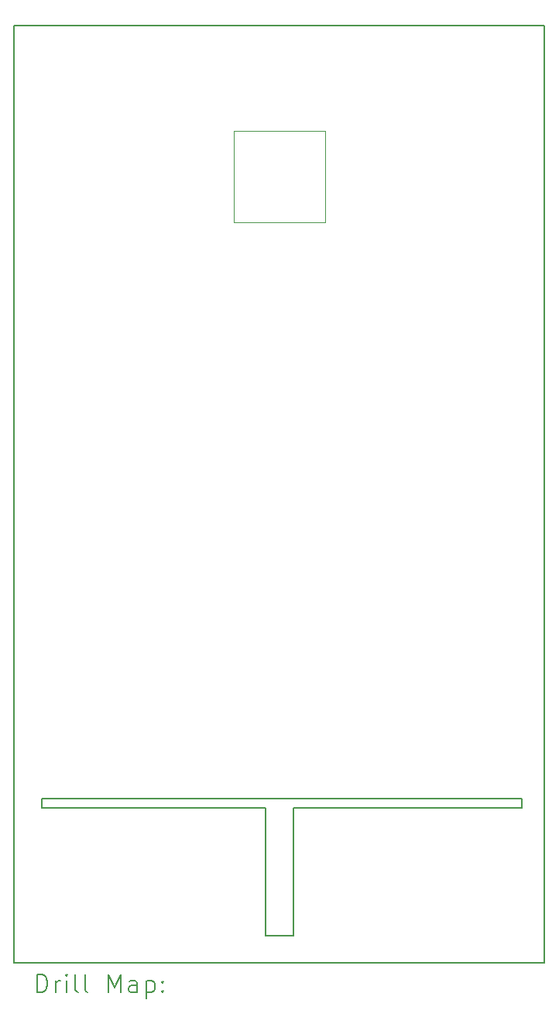
<source format=gbr>
%TF.GenerationSoftware,KiCad,Pcbnew,7.0.7*%
%TF.CreationDate,2023-11-24T19:35:17-07:00*%
%TF.ProjectId,mouse,6d6f7573-652e-46b6-9963-61645f706362,rev?*%
%TF.SameCoordinates,Original*%
%TF.FileFunction,Drillmap*%
%TF.FilePolarity,Positive*%
%FSLAX45Y45*%
G04 Gerber Fmt 4.5, Leading zero omitted, Abs format (unit mm)*
G04 Created by KiCad (PCBNEW 7.0.7) date 2023-11-24 19:35:17*
%MOMM*%
%LPD*%
G01*
G04 APERTURE LIST*
%ADD10C,0.100000*%
%ADD11C,0.200000*%
G04 APERTURE END LIST*
D10*
X7120000Y-3195000D02*
X8120000Y-3195000D01*
X8120000Y-4195000D01*
X7120000Y-4195000D01*
X7120000Y-3195000D01*
D11*
X10270000Y-10595000D02*
X7770000Y-10595000D01*
X7770000Y-11995000D01*
X7470000Y-11995000D01*
X7470000Y-10595000D01*
X5020000Y-10595000D01*
X5020000Y-10495000D01*
X7370000Y-10495000D01*
X10270000Y-10495000D01*
X10270000Y-10595000D01*
X4720000Y-2045000D02*
X10520000Y-2045000D01*
X10520000Y-12295000D01*
X4720000Y-12295000D01*
X4720000Y-2045000D01*
X4970777Y-12616484D02*
X4970777Y-12416484D01*
X4970777Y-12416484D02*
X5018396Y-12416484D01*
X5018396Y-12416484D02*
X5046967Y-12426008D01*
X5046967Y-12426008D02*
X5066015Y-12445055D01*
X5066015Y-12445055D02*
X5075539Y-12464103D01*
X5075539Y-12464103D02*
X5085063Y-12502198D01*
X5085063Y-12502198D02*
X5085063Y-12530769D01*
X5085063Y-12530769D02*
X5075539Y-12568865D01*
X5075539Y-12568865D02*
X5066015Y-12587912D01*
X5066015Y-12587912D02*
X5046967Y-12606960D01*
X5046967Y-12606960D02*
X5018396Y-12616484D01*
X5018396Y-12616484D02*
X4970777Y-12616484D01*
X5170777Y-12616484D02*
X5170777Y-12483150D01*
X5170777Y-12521246D02*
X5180301Y-12502198D01*
X5180301Y-12502198D02*
X5189824Y-12492674D01*
X5189824Y-12492674D02*
X5208872Y-12483150D01*
X5208872Y-12483150D02*
X5227920Y-12483150D01*
X5294586Y-12616484D02*
X5294586Y-12483150D01*
X5294586Y-12416484D02*
X5285063Y-12426008D01*
X5285063Y-12426008D02*
X5294586Y-12435531D01*
X5294586Y-12435531D02*
X5304110Y-12426008D01*
X5304110Y-12426008D02*
X5294586Y-12416484D01*
X5294586Y-12416484D02*
X5294586Y-12435531D01*
X5418396Y-12616484D02*
X5399348Y-12606960D01*
X5399348Y-12606960D02*
X5389824Y-12587912D01*
X5389824Y-12587912D02*
X5389824Y-12416484D01*
X5523158Y-12616484D02*
X5504110Y-12606960D01*
X5504110Y-12606960D02*
X5494586Y-12587912D01*
X5494586Y-12587912D02*
X5494586Y-12416484D01*
X5751729Y-12616484D02*
X5751729Y-12416484D01*
X5751729Y-12416484D02*
X5818396Y-12559341D01*
X5818396Y-12559341D02*
X5885062Y-12416484D01*
X5885062Y-12416484D02*
X5885062Y-12616484D01*
X6066015Y-12616484D02*
X6066015Y-12511722D01*
X6066015Y-12511722D02*
X6056491Y-12492674D01*
X6056491Y-12492674D02*
X6037443Y-12483150D01*
X6037443Y-12483150D02*
X5999348Y-12483150D01*
X5999348Y-12483150D02*
X5980301Y-12492674D01*
X6066015Y-12606960D02*
X6046967Y-12616484D01*
X6046967Y-12616484D02*
X5999348Y-12616484D01*
X5999348Y-12616484D02*
X5980301Y-12606960D01*
X5980301Y-12606960D02*
X5970777Y-12587912D01*
X5970777Y-12587912D02*
X5970777Y-12568865D01*
X5970777Y-12568865D02*
X5980301Y-12549817D01*
X5980301Y-12549817D02*
X5999348Y-12540293D01*
X5999348Y-12540293D02*
X6046967Y-12540293D01*
X6046967Y-12540293D02*
X6066015Y-12530769D01*
X6161253Y-12483150D02*
X6161253Y-12683150D01*
X6161253Y-12492674D02*
X6180301Y-12483150D01*
X6180301Y-12483150D02*
X6218396Y-12483150D01*
X6218396Y-12483150D02*
X6237443Y-12492674D01*
X6237443Y-12492674D02*
X6246967Y-12502198D01*
X6246967Y-12502198D02*
X6256491Y-12521246D01*
X6256491Y-12521246D02*
X6256491Y-12578388D01*
X6256491Y-12578388D02*
X6246967Y-12597436D01*
X6246967Y-12597436D02*
X6237443Y-12606960D01*
X6237443Y-12606960D02*
X6218396Y-12616484D01*
X6218396Y-12616484D02*
X6180301Y-12616484D01*
X6180301Y-12616484D02*
X6161253Y-12606960D01*
X6342205Y-12597436D02*
X6351729Y-12606960D01*
X6351729Y-12606960D02*
X6342205Y-12616484D01*
X6342205Y-12616484D02*
X6332682Y-12606960D01*
X6332682Y-12606960D02*
X6342205Y-12597436D01*
X6342205Y-12597436D02*
X6342205Y-12616484D01*
X6342205Y-12492674D02*
X6351729Y-12502198D01*
X6351729Y-12502198D02*
X6342205Y-12511722D01*
X6342205Y-12511722D02*
X6332682Y-12502198D01*
X6332682Y-12502198D02*
X6342205Y-12492674D01*
X6342205Y-12492674D02*
X6342205Y-12511722D01*
M02*

</source>
